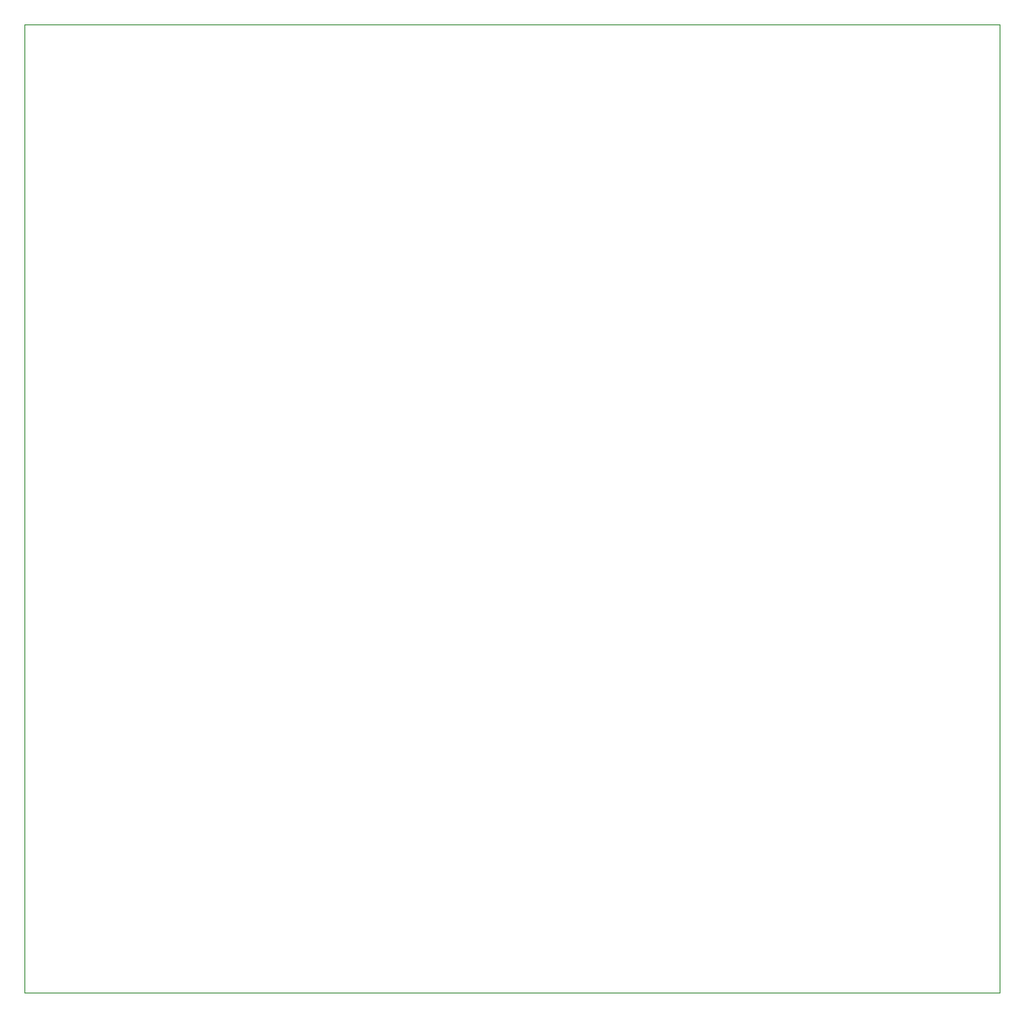
<source format=gbr>
%TF.GenerationSoftware,KiCad,Pcbnew,(5.1.10)-1*%
%TF.CreationDate,2022-02-23T07:42:32+01:00*%
%TF.ProjectId,VDIP2,56444950-322e-46b6-9963-61645f706362,rev?*%
%TF.SameCoordinates,Original*%
%TF.FileFunction,Profile,NP*%
%FSLAX46Y46*%
G04 Gerber Fmt 4.6, Leading zero omitted, Abs format (unit mm)*
G04 Created by KiCad (PCBNEW (5.1.10)-1) date 2022-02-23 07:42:32*
%MOMM*%
%LPD*%
G01*
G04 APERTURE LIST*
%TA.AperFunction,Profile*%
%ADD10C,0.050000*%
%TD*%
G04 APERTURE END LIST*
D10*
X171450000Y-58420000D02*
X171450000Y-152400000D01*
X76835000Y-152400000D02*
X171450000Y-152400000D01*
X76835000Y-58420000D02*
X76835000Y-152400000D01*
X171450000Y-58420000D02*
X76835000Y-58420000D01*
M02*

</source>
